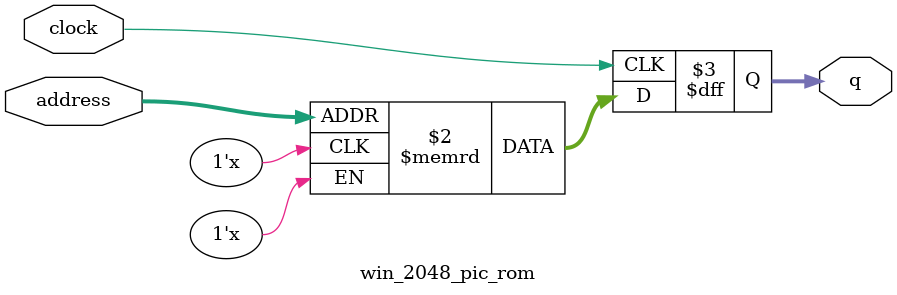
<source format=sv>
module win_2048_pic_rom (
	input logic clock,
	input logic [14:0] address,
	output logic [4:0] q
);

logic [4:0] memory [0:29999] /* synthesis ram_init_file = "./win_2048_pic/win_2048_pic.mif" */;

always_ff @ (posedge clock) begin
	q <= memory[address];
end

endmodule

</source>
